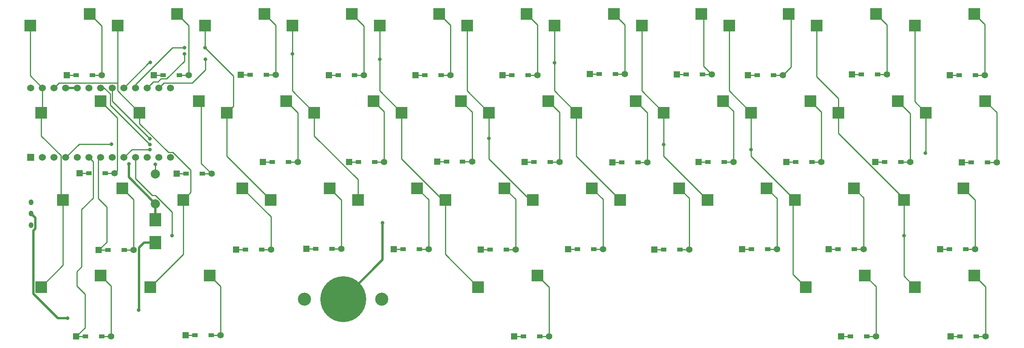
<source format=gbr>
%TF.GenerationSoftware,KiCad,Pcbnew,7.0.8*%
%TF.CreationDate,2024-11-13T13:09:42+09:00*%
%TF.ProjectId,cool337,636f6f6c-3333-4372-9e6b-696361645f70,rev?*%
%TF.SameCoordinates,Original*%
%TF.FileFunction,Copper,L2,Bot*%
%TF.FilePolarity,Positive*%
%FSLAX46Y46*%
G04 Gerber Fmt 4.6, Leading zero omitted, Abs format (unit mm)*
G04 Created by KiCad (PCBNEW 7.0.8) date 2024-11-13 13:09:42*
%MOMM*%
%LPD*%
G01*
G04 APERTURE LIST*
%TA.AperFunction,ComponentPad*%
%ADD10R,1.397000X1.397000*%
%TD*%
%TA.AperFunction,SMDPad,CuDef*%
%ADD11R,1.300000X0.950000*%
%TD*%
%TA.AperFunction,ComponentPad*%
%ADD12C,1.397000*%
%TD*%
%TA.AperFunction,SMDPad,CuDef*%
%ADD13R,2.550000X2.500000*%
%TD*%
%TA.AperFunction,ComponentPad*%
%ADD14C,2.850000*%
%TD*%
%TA.AperFunction,SMDPad,CuDef*%
%ADD15C,10.000000*%
%TD*%
%TA.AperFunction,ComponentPad*%
%ADD16C,2.000000*%
%TD*%
%TA.AperFunction,ComponentPad*%
%ADD17O,1.000000X1.300000*%
%TD*%
%TA.AperFunction,ComponentPad*%
%ADD18C,1.524000*%
%TD*%
%TA.AperFunction,ComponentPad*%
%ADD19R,1.524000X1.524000*%
%TD*%
%TA.AperFunction,SMDPad,CuDef*%
%ADD20R,2.600000X3.000000*%
%TD*%
%TA.AperFunction,ViaPad*%
%ADD21C,0.800000*%
%TD*%
%TA.AperFunction,Conductor*%
%ADD22C,0.500000*%
%TD*%
%TA.AperFunction,Conductor*%
%ADD23C,0.250000*%
%TD*%
G04 APERTURE END LIST*
D10*
%TO.P,D6,1,K*%
%TO.N,row0*%
X95910000Y-8330000D03*
D11*
X97945000Y-8330000D03*
%TO.P,D6,2,A*%
%TO.N,Net-(D6-A)*%
X101495000Y-8330000D03*
D12*
X103530000Y-8330000D03*
%TD*%
D13*
%TO.P,SW35,1,1*%
%TO.N,col4*%
X90546250Y-54610000D03*
%TO.P,SW35,2,2*%
%TO.N,Net-(D35-A)*%
X103473250Y-52070000D03*
%TD*%
%TO.P,SW22,1,1*%
%TO.N,col10*%
X188177500Y-16510000D03*
%TO.P,SW22,2,2*%
%TO.N,Net-(D22-A)*%
X201104500Y-13970000D03*
%TD*%
D10*
%TO.P,D20,1,K*%
%TO.N,row1*%
X157755000Y-27290000D03*
D11*
X159790000Y-27290000D03*
%TO.P,D20,2,A*%
%TO.N,Net-(D20-A)*%
X163340000Y-27290000D03*
D12*
X165375000Y-27290000D03*
%TD*%
D13*
%TO.P,SW13,1,1*%
%TO.N,col1*%
X16727500Y-16510000D03*
%TO.P,SW13,2,2*%
%TO.N,Net-(D13-A)*%
X29654500Y-13970000D03*
%TD*%
%TO.P,SW3,1,1*%
%TO.N,col2*%
X31015000Y2540000D03*
%TO.P,SW3,2,2*%
%TO.N,Net-(D3-A)*%
X43942000Y5080000D03*
%TD*%
%TO.P,SW1,1,1*%
%TO.N,col0*%
X-7085000Y2540000D03*
%TO.P,SW1,2,2*%
%TO.N,Net-(D1-A)*%
X5842000Y5080000D03*
%TD*%
%TO.P,SW19,1,1*%
%TO.N,col7*%
X131027500Y-16510000D03*
%TO.P,SW19,2,2*%
%TO.N,Net-(D19-A)*%
X143954500Y-13970000D03*
%TD*%
D10*
%TO.P,D7,1,K*%
%TO.N,row0*%
X114920000Y-8080000D03*
D11*
X116955000Y-8080000D03*
%TO.P,D7,2,A*%
%TO.N,Net-(D7-A)*%
X120505000Y-8080000D03*
D12*
X122540000Y-8080000D03*
%TD*%
D10*
%TO.P,D31,1,K*%
%TO.N,row2*%
X167010000Y-46320000D03*
D11*
X169045000Y-46320000D03*
%TO.P,D31,2,A*%
%TO.N,Net-(D31-A)*%
X172595000Y-46320000D03*
D12*
X174630000Y-46320000D03*
%TD*%
D14*
%TO.P,BT1,1,+*%
%TO.N,BAT+*%
X69580000Y-57260000D03*
X52680000Y-57260000D03*
D15*
%TO.P,BT1,2,-*%
%TO.N,GND*%
X61130000Y-57260000D03*
%TD*%
D13*
%TO.P,SW10,1,1*%
%TO.N,col9*%
X164365000Y2540000D03*
%TO.P,SW10,2,2*%
%TO.N,Net-(D10-A)*%
X177292000Y5080000D03*
%TD*%
%TO.P,SW26,1,1*%
%TO.N,col3*%
X64352500Y-35560000D03*
%TO.P,SW26,2,2*%
%TO.N,Net-(D26-A)*%
X77279500Y-33020000D03*
%TD*%
%TO.P,SW36,1,1*%
%TO.N,col8*%
X161983750Y-54610000D03*
%TO.P,SW36,2,2*%
%TO.N,Net-(D36-A)*%
X174910750Y-52070000D03*
%TD*%
D10*
%TO.P,D8,1,K*%
%TO.N,row0*%
X133930000Y-8200000D03*
D11*
X135965000Y-8200000D03*
%TO.P,D8,2,A*%
%TO.N,Net-(D8-A)*%
X139515000Y-8200000D03*
D12*
X141550000Y-8200000D03*
%TD*%
D10*
%TO.P,D22,1,K*%
%TO.N,row1*%
X196005000Y-27410000D03*
D11*
X198040000Y-27410000D03*
%TO.P,D22,2,A*%
%TO.N,Net-(D22-A)*%
X201590000Y-27410000D03*
D12*
X203625000Y-27410000D03*
%TD*%
D10*
%TO.P,D34,1,K*%
%TO.N,row3*%
X26825000Y-65170000D03*
D11*
X28860000Y-65170000D03*
%TO.P,D34,2,A*%
%TO.N,Net-(D34-A)*%
X32410000Y-65170000D03*
D12*
X34445000Y-65170000D03*
%TD*%
D10*
%TO.P,D29,1,K*%
%TO.N,row2*%
X129000000Y-46420000D03*
D11*
X131035000Y-46420000D03*
%TO.P,D29,2,A*%
%TO.N,Net-(D29-A)*%
X134585000Y-46420000D03*
D12*
X136620000Y-46420000D03*
%TD*%
D13*
%TO.P,SW11,1,1*%
%TO.N,col10*%
X185796250Y2540000D03*
%TO.P,SW11,2,2*%
%TO.N,Net-(D11-A)*%
X198723250Y5080000D03*
%TD*%
%TO.P,SW29,1,1*%
%TO.N,col6*%
X121502500Y-35560000D03*
%TO.P,SW29,2,2*%
%TO.N,Net-(D29-A)*%
X134429500Y-33020000D03*
%TD*%
D10*
%TO.P,D23,1,K*%
%TO.N,row2*%
X7850000Y-46520000D03*
D11*
X9885000Y-46520000D03*
%TO.P,D23,2,A*%
%TO.N,Net-(D23-A)*%
X13435000Y-46520000D03*
D12*
X15470000Y-46520000D03*
%TD*%
D13*
%TO.P,SW32,1,1*%
%TO.N,col9*%
X183415000Y-35560000D03*
%TO.P,SW32,2,2*%
%TO.N,Net-(D32-A)*%
X196342000Y-33020000D03*
%TD*%
D16*
%TO.P,SW39,1,1*%
%TO.N,Net-(U1-BOOT(RST))*%
X20220000Y-29950000D03*
%TO.P,SW39,2,2*%
%TO.N,GND*%
X20220000Y-36450000D03*
%TD*%
D13*
%TO.P,SW17,1,1*%
%TO.N,col5*%
X92927500Y-16510000D03*
%TO.P,SW17,2,2*%
%TO.N,Net-(D17-A)*%
X105854500Y-13970000D03*
%TD*%
D10*
%TO.P,D24,1,K*%
%TO.N,row2*%
X37810000Y-46460000D03*
D11*
X39845000Y-46460000D03*
%TO.P,D24,2,A*%
%TO.N,Net-(D24-A)*%
X43395000Y-46460000D03*
D12*
X45430000Y-46460000D03*
%TD*%
D13*
%TO.P,SW15,1,1*%
%TO.N,col3*%
X54827500Y-16510000D03*
%TO.P,SW15,2,2*%
%TO.N,Net-(D15-A)*%
X67754500Y-13970000D03*
%TD*%
%TO.P,SW31,1,1*%
%TO.N,col8*%
X159602500Y-35560000D03*
%TO.P,SW31,2,2*%
%TO.N,Net-(D31-A)*%
X172529500Y-33020000D03*
%TD*%
D10*
%TO.P,D32,1,K*%
%TO.N,row2*%
X191275000Y-46390000D03*
D11*
X193310000Y-46390000D03*
%TO.P,D32,2,A*%
%TO.N,Net-(D32-A)*%
X196860000Y-46390000D03*
D12*
X198895000Y-46390000D03*
%TD*%
D13*
%TO.P,SW12,1,1*%
%TO.N,col0*%
X-4703750Y-16510000D03*
%TO.P,SW12,2,2*%
%TO.N,Net-(D12-A)*%
X8223250Y-13970000D03*
%TD*%
D10*
%TO.P,D26,1,K*%
%TO.N,row2*%
X72155000Y-46340000D03*
D11*
X74190000Y-46340000D03*
%TO.P,D26,2,A*%
%TO.N,Net-(D26-A)*%
X77740000Y-46340000D03*
D12*
X79775000Y-46340000D03*
%TD*%
D10*
%TO.P,D15,1,K*%
%TO.N,row1*%
X62425000Y-27330000D03*
D11*
X64460000Y-27330000D03*
%TO.P,D15,2,A*%
%TO.N,Net-(D15-A)*%
X68010000Y-27330000D03*
D12*
X70045000Y-27330000D03*
%TD*%
D13*
%TO.P,SW9,1,1*%
%TO.N,col8*%
X145315000Y2540000D03*
%TO.P,SW9,2,2*%
%TO.N,Net-(D9-A)*%
X158242000Y5080000D03*
%TD*%
D10*
%TO.P,D2,1,K*%
%TO.N,row0*%
X19845000Y-8330000D03*
D11*
X21880000Y-8330000D03*
%TO.P,D2,2,A*%
%TO.N,Net-(D2-A)*%
X25430000Y-8330000D03*
D12*
X27465000Y-8330000D03*
%TD*%
D13*
%TO.P,SW8,1,1*%
%TO.N,col7*%
X126265000Y2540000D03*
%TO.P,SW8,2,2*%
%TO.N,Net-(D8-A)*%
X139192000Y5080000D03*
%TD*%
%TO.P,SW30,1,1*%
%TO.N,col7*%
X140552500Y-35560000D03*
%TO.P,SW30,2,2*%
%TO.N,Net-(D30-A)*%
X153479500Y-33020000D03*
%TD*%
D10*
%TO.P,D12,1,K*%
%TO.N,row1*%
X3660000Y-29750000D03*
D11*
X5695000Y-29750000D03*
%TO.P,D12,2,A*%
%TO.N,Net-(D12-A)*%
X9245000Y-29750000D03*
D12*
X11280000Y-29750000D03*
%TD*%
D13*
%TO.P,SW25,1,1*%
%TO.N,col2*%
X45302500Y-35560000D03*
%TO.P,SW25,2,2*%
%TO.N,Net-(D25-A)*%
X58229500Y-33020000D03*
%TD*%
%TO.P,SW34,1,1*%
%TO.N,col1*%
X19108750Y-54610000D03*
%TO.P,SW34,2,2*%
%TO.N,Net-(D34-A)*%
X32035750Y-52070000D03*
%TD*%
D10*
%TO.P,D36,1,K*%
%TO.N,row3*%
X169740000Y-65420000D03*
D11*
X171775000Y-65420000D03*
%TO.P,D36,2,A*%
%TO.N,Net-(D36-A)*%
X175325000Y-65420000D03*
D12*
X177360000Y-65420000D03*
%TD*%
D17*
%TO.P,SW38,1,1*%
%TO.N,Net-(U1-BAT)*%
X-6910000Y-41100000D03*
%TO.P,SW38,2,2*%
%TO.N,BAT+*%
X-6910000Y-38600000D03*
%TO.P,SW38,3*%
%TO.N,N/C*%
X-6910000Y-36100000D03*
%TD*%
D10*
%TO.P,D25,1,K*%
%TO.N,row2*%
X53150000Y-46280000D03*
D11*
X55185000Y-46280000D03*
%TO.P,D25,2,A*%
%TO.N,Net-(D25-A)*%
X58735000Y-46280000D03*
D12*
X60770000Y-46280000D03*
%TD*%
D13*
%TO.P,SW23,1,1*%
%TO.N,col0*%
X58750Y-35560000D03*
%TO.P,SW23,2,2*%
%TO.N,Net-(D23-A)*%
X12985750Y-33020000D03*
%TD*%
D10*
%TO.P,D3,1,K*%
%TO.N,row0*%
X38800000Y-8240000D03*
D11*
X40835000Y-8240000D03*
%TO.P,D3,2,A*%
%TO.N,Net-(D3-A)*%
X44385000Y-8240000D03*
D12*
X46420000Y-8240000D03*
%TD*%
D10*
%TO.P,D10,1,K*%
%TO.N,row0*%
X172110000Y-8140000D03*
D11*
X174145000Y-8140000D03*
%TO.P,D10,2,A*%
%TO.N,Net-(D10-A)*%
X177695000Y-8140000D03*
D12*
X179730000Y-8140000D03*
%TD*%
D18*
%TO.P,U1,1,PIN1(D3)*%
%TO.N,col0*%
X-4420000Y-11088600D03*
%TO.P,U1,2,PIN2(D2)*%
%TO.N,col1*%
X-1880000Y-11088600D03*
%TO.P,U1,3,GND*%
%TO.N,GND*%
X660000Y-11088600D03*
%TO.P,U1,4,GND*%
X3200000Y-11088600D03*
%TO.P,U1,5,PIN5(D1)*%
%TO.N,row0*%
X5740000Y-11088600D03*
%TO.P,U1,6,PIN6(D0)*%
%TO.N,col7*%
X8280000Y-11088600D03*
%TO.P,U1,7,PIN7(D4)*%
%TO.N,col5*%
X10820000Y-11088600D03*
%TO.P,U1,8,PIN8(C6)*%
%TO.N,col6*%
X13360000Y-11088600D03*
%TO.P,U1,9,PIN9(D7)*%
%TO.N,col2*%
X15900000Y-11088600D03*
%TO.P,U1,10,PIN10(E6)*%
%TO.N,col3*%
X18440000Y-11088600D03*
%TO.P,U1,11,PIN11(B4)*%
%TO.N,col4*%
X20980000Y-11088600D03*
%TO.P,U1,12,PIN12(B5)*%
%TO.N,unconnected-(U1-PIN12(B5)-Pad12)*%
X23520000Y-11088600D03*
%TO.P,U1,13,PIN13(B6)*%
%TO.N,unconnected-(U1-PIN13(B6)-Pad13)*%
X23520000Y-26308600D03*
%TO.P,U1,14,PIN14(B2)*%
%TO.N,unconnected-(U1-PIN14(B2)-Pad14)*%
X20980000Y-26308600D03*
%TO.P,U1,15,PIN15(B3)*%
%TO.N,col10*%
X18440000Y-26308600D03*
%TO.P,U1,16,PIN16(B1)*%
%TO.N,col9*%
X15900000Y-26308600D03*
%TO.P,U1,17,PIN17(F7)*%
%TO.N,col8*%
X13360000Y-26308600D03*
%TO.P,U1,18,PIN18(F6)*%
%TO.N,row1*%
X10820000Y-26308600D03*
%TO.P,U1,19,PIN19(F5)*%
%TO.N,row2*%
X8280000Y-26308600D03*
%TO.P,U1,20,PIN20(F4)*%
%TO.N,row3*%
X5740000Y-26308600D03*
%TO.P,U1,21,+4.3V*%
%TO.N,unconnected-(U1-+4.3V-Pad21)*%
X3200000Y-26308600D03*
%TO.P,U1,22,BOOT(RST)*%
%TO.N,Net-(U1-BOOT(RST))*%
X660000Y-26308600D03*
%TO.P,U1,23,GND*%
%TO.N,GND*%
X-1880000Y-26308600D03*
%TO.P,U1,24,+5V*%
%TO.N,VCC*%
X-4420000Y-26308600D03*
D19*
%TO.P,U1,25,BAT*%
%TO.N,Net-(U1-BAT)*%
X-6960000Y-26308600D03*
D18*
%TO.P,U1,26*%
%TO.N,N/C*%
X-6960000Y-11088600D03*
%TD*%
D10*
%TO.P,D35,1,K*%
%TO.N,row3*%
X98460000Y-65360000D03*
D11*
X100495000Y-65360000D03*
%TO.P,D35,2,A*%
%TO.N,Net-(D35-A)*%
X104045000Y-65360000D03*
D12*
X106080000Y-65360000D03*
%TD*%
D13*
%TO.P,SW4,1,1*%
%TO.N,col3*%
X50065000Y2540000D03*
%TO.P,SW4,2,2*%
%TO.N,Net-(D4-A)*%
X62992000Y5080000D03*
%TD*%
D10*
%TO.P,D5,1,K*%
%TO.N,row0*%
X76910000Y-8360000D03*
D11*
X78945000Y-8360000D03*
%TO.P,D5,2,A*%
%TO.N,Net-(D5-A)*%
X82495000Y-8360000D03*
D12*
X84530000Y-8360000D03*
%TD*%
D10*
%TO.P,D30,1,K*%
%TO.N,row2*%
X148120000Y-46370000D03*
D11*
X150155000Y-46370000D03*
%TO.P,D30,2,A*%
%TO.N,Net-(D30-A)*%
X153705000Y-46370000D03*
D12*
X155740000Y-46370000D03*
%TD*%
D10*
%TO.P,D1,1,K*%
%TO.N,row0*%
X920000Y-8330000D03*
D11*
X2955000Y-8330000D03*
%TO.P,D1,2,A*%
%TO.N,Net-(D1-A)*%
X6505000Y-8330000D03*
D12*
X8540000Y-8330000D03*
%TD*%
D10*
%TO.P,D19,1,K*%
%TO.N,row1*%
X138615000Y-27260000D03*
D11*
X140650000Y-27260000D03*
%TO.P,D19,2,A*%
%TO.N,Net-(D19-A)*%
X144200000Y-27260000D03*
D12*
X146235000Y-27260000D03*
%TD*%
D10*
%TO.P,D18,1,K*%
%TO.N,row1*%
X119835000Y-27350000D03*
D11*
X121870000Y-27350000D03*
%TO.P,D18,2,A*%
%TO.N,Net-(D18-A)*%
X125420000Y-27350000D03*
D12*
X127455000Y-27350000D03*
%TD*%
D10*
%TO.P,D14,1,K*%
%TO.N,row1*%
X43635000Y-27340000D03*
D11*
X45670000Y-27340000D03*
%TO.P,D14,2,A*%
%TO.N,Net-(D14-A)*%
X49220000Y-27340000D03*
D12*
X51255000Y-27340000D03*
%TD*%
D13*
%TO.P,SW2,1,1*%
%TO.N,col1*%
X11965000Y2540000D03*
%TO.P,SW2,2,2*%
%TO.N,Net-(D2-A)*%
X24892000Y5080000D03*
%TD*%
%TO.P,SW21,1,1*%
%TO.N,col9*%
X169127500Y-16510000D03*
%TO.P,SW21,2,2*%
%TO.N,Net-(D21-A)*%
X182054500Y-13970000D03*
%TD*%
D10*
%TO.P,D13,1,K*%
%TO.N,row1*%
X24880000Y-29880000D03*
D11*
X26915000Y-29880000D03*
%TO.P,D13,2,A*%
%TO.N,Net-(D13-A)*%
X30465000Y-29880000D03*
D12*
X32500000Y-29880000D03*
%TD*%
D10*
%TO.P,D37,1,K*%
%TO.N,row3*%
X193555000Y-65370000D03*
D11*
X195590000Y-65370000D03*
%TO.P,D37,2,A*%
%TO.N,Net-(D37-A)*%
X199140000Y-65370000D03*
D12*
X201175000Y-65370000D03*
%TD*%
D10*
%TO.P,D9,1,K*%
%TO.N,row0*%
X149420000Y-8350000D03*
D11*
X151455000Y-8350000D03*
%TO.P,D9,2,A*%
%TO.N,Net-(D9-A)*%
X155005000Y-8350000D03*
D12*
X157040000Y-8350000D03*
%TD*%
D13*
%TO.P,SW37,1,1*%
%TO.N,col9*%
X185796250Y-54610000D03*
%TO.P,SW37,2,2*%
%TO.N,Net-(D37-A)*%
X198723250Y-52070000D03*
%TD*%
D10*
%TO.P,D4,1,K*%
%TO.N,row0*%
X58040000Y-8310000D03*
D11*
X60075000Y-8310000D03*
%TO.P,D4,2,A*%
%TO.N,Net-(D4-A)*%
X63625000Y-8310000D03*
D12*
X65660000Y-8310000D03*
%TD*%
D13*
%TO.P,SW6,1,1*%
%TO.N,col5*%
X88165000Y2540000D03*
%TO.P,SW6,2,2*%
%TO.N,Net-(D6-A)*%
X101092000Y5080000D03*
%TD*%
D10*
%TO.P,D33,1,K*%
%TO.N,row3*%
X2925000Y-65430000D03*
D11*
X4960000Y-65430000D03*
%TO.P,D33,2,A*%
%TO.N,Net-(D33-A)*%
X8510000Y-65430000D03*
D12*
X10545000Y-65430000D03*
%TD*%
D13*
%TO.P,SW20,1,1*%
%TO.N,col8*%
X150077500Y-16510000D03*
%TO.P,SW20,2,2*%
%TO.N,Net-(D20-A)*%
X163004500Y-13970000D03*
%TD*%
%TO.P,SW14,1,1*%
%TO.N,col2*%
X35777500Y-16510000D03*
%TO.P,SW14,2,2*%
%TO.N,Net-(D14-A)*%
X48704500Y-13970000D03*
%TD*%
%TO.P,SW5,1,1*%
%TO.N,col4*%
X69115000Y2540000D03*
%TO.P,SW5,2,2*%
%TO.N,Net-(D5-A)*%
X82042000Y5080000D03*
%TD*%
%TO.P,SW16,1,1*%
%TO.N,col4*%
X73877500Y-16510000D03*
%TO.P,SW16,2,2*%
%TO.N,Net-(D16-A)*%
X86804500Y-13970000D03*
%TD*%
%TO.P,SW18,1,1*%
%TO.N,col6*%
X111977500Y-16510000D03*
%TO.P,SW18,2,2*%
%TO.N,Net-(D18-A)*%
X124904500Y-13970000D03*
%TD*%
D10*
%TO.P,D11,1,K*%
%TO.N,row0*%
X193420000Y-8340000D03*
D11*
X195455000Y-8340000D03*
%TO.P,D11,2,A*%
%TO.N,Net-(D11-A)*%
X199005000Y-8340000D03*
D12*
X201040000Y-8340000D03*
%TD*%
D13*
%TO.P,SW27,1,1*%
%TO.N,col4*%
X83402500Y-35560000D03*
%TO.P,SW27,2,2*%
%TO.N,Net-(D27-A)*%
X96329500Y-33020000D03*
%TD*%
D10*
%TO.P,D17,1,K*%
%TO.N,row1*%
X100705000Y-27320000D03*
D11*
X102740000Y-27320000D03*
%TO.P,D17,2,A*%
%TO.N,Net-(D17-A)*%
X106290000Y-27320000D03*
D12*
X108325000Y-27320000D03*
%TD*%
D10*
%TO.P,D27,1,K*%
%TO.N,row2*%
X91155000Y-46470000D03*
D11*
X93190000Y-46470000D03*
%TO.P,D27,2,A*%
%TO.N,Net-(D27-A)*%
X96740000Y-46470000D03*
D12*
X98775000Y-46470000D03*
%TD*%
D13*
%TO.P,SW28,1,1*%
%TO.N,col5*%
X102452500Y-35560000D03*
%TO.P,SW28,2,2*%
%TO.N,Net-(D28-A)*%
X115379500Y-33020000D03*
%TD*%
%TO.P,SW33,1,1*%
%TO.N,col0*%
X-4703750Y-54610000D03*
%TO.P,SW33,2,2*%
%TO.N,Net-(D33-A)*%
X8223250Y-52070000D03*
%TD*%
D10*
%TO.P,D16,1,K*%
%TO.N,row1*%
X81615000Y-27190000D03*
D11*
X83650000Y-27190000D03*
%TO.P,D16,2,A*%
%TO.N,Net-(D16-A)*%
X87200000Y-27190000D03*
D12*
X89235000Y-27190000D03*
%TD*%
D13*
%TO.P,SW7,1,1*%
%TO.N,col6*%
X107215000Y2540000D03*
%TO.P,SW7,2,2*%
%TO.N,Net-(D7-A)*%
X120142000Y5080000D03*
%TD*%
D10*
%TO.P,D21,1,K*%
%TO.N,row1*%
X177195000Y-27280000D03*
D11*
X179230000Y-27280000D03*
%TO.P,D21,2,A*%
%TO.N,Net-(D21-A)*%
X182780000Y-27280000D03*
D12*
X184815000Y-27280000D03*
%TD*%
D10*
%TO.P,D28,1,K*%
%TO.N,row2*%
X110185000Y-46360000D03*
D11*
X112220000Y-46360000D03*
%TO.P,D28,2,A*%
%TO.N,Net-(D28-A)*%
X115770000Y-46360000D03*
D12*
X117805000Y-46360000D03*
%TD*%
D13*
%TO.P,SW24,1,1*%
%TO.N,col1*%
X26252500Y-35560000D03*
%TO.P,SW24,2,2*%
%TO.N,Net-(D24-A)*%
X39179500Y-33020000D03*
%TD*%
D20*
%TO.P,C2,1*%
%TO.N,BAT+*%
X20160000Y-44900000D03*
%TO.P,C2,2*%
%TO.N,GND*%
X20160000Y-39900000D03*
%TD*%
D21*
%TO.N,BAT+*%
X16540000Y-59680000D03*
X1090000Y-61430000D03*
%TO.N,GND*%
X14390000Y-27750000D03*
X69740000Y-40570000D03*
%TO.N,col2*%
X26550000Y-2300000D03*
X31015000Y-2311620D03*
%TO.N,col3*%
X26550000Y-3700000D03*
X50065000Y-3640000D03*
%TO.N,col4*%
X69115000Y-4860000D03*
X31080000Y-4870000D03*
%TO.N,col5*%
X18967034Y-22182966D03*
X92927500Y-22170000D03*
%TO.N,col6*%
X107215000Y-5610000D03*
X19050000Y-5580000D03*
%TO.N,col7*%
X131027500Y-23510000D03*
X19000000Y-23520000D03*
%TO.N,col8*%
X150077500Y-24560000D03*
X18980000Y-24590000D03*
%TO.N,col9*%
X183415000Y-43380000D03*
X23850000Y-43390000D03*
%TO.N,col10*%
X188080000Y-25390000D03*
%TO.N,Net-(U1-BOOT(RST))*%
X20210000Y-27800000D03*
X10630000Y-23410000D03*
%TD*%
D22*
%TO.N,BAT+*%
X16540000Y-59680000D02*
X16618500Y-59601500D01*
X17740000Y-44900000D02*
X20160000Y-44900000D01*
X-6010000Y-39500000D02*
X-6910000Y-38600000D01*
X1090000Y-61430000D02*
X-1045146Y-61430000D01*
X-6428750Y-56046396D02*
X-6428750Y-42288750D01*
X-6428750Y-42288750D02*
X-6010000Y-41870000D01*
X-1045146Y-61430000D02*
X-6428750Y-56046396D01*
X-6010000Y-41870000D02*
X-6010000Y-39500000D01*
X16618500Y-59601500D02*
X16618500Y-46021500D01*
X16618500Y-46021500D02*
X17740000Y-44900000D01*
%TO.N,GND*%
X20160000Y-36510000D02*
X20220000Y-36450000D01*
X14390000Y-30620000D02*
X20220000Y-36450000D01*
X20220000Y-39840000D02*
X20160000Y-39900000D01*
X69740000Y-48650000D02*
X61130000Y-57260000D01*
X69740000Y-40570000D02*
X69740000Y-48650000D01*
X660000Y-11088600D02*
X3200000Y-11088600D01*
X20220000Y-36450000D02*
X20220000Y-39840000D01*
X14390000Y-27750000D02*
X14390000Y-30620000D01*
D23*
%TO.N,row0*%
X2955000Y-8330000D02*
X920000Y-8330000D01*
X116955000Y-8080000D02*
X114920000Y-8080000D01*
X40835000Y-8240000D02*
X38800000Y-8240000D01*
X151455000Y-8350000D02*
X149420000Y-8350000D01*
X97945000Y-8330000D02*
X95910000Y-8330000D01*
X135965000Y-8200000D02*
X133930000Y-8200000D01*
X172110000Y-8140000D02*
X174145000Y-8140000D01*
X21880000Y-8330000D02*
X19845000Y-8330000D01*
X193420000Y-8340000D02*
X195455000Y-8340000D01*
X78945000Y-8360000D02*
X76910000Y-8360000D01*
X60075000Y-8310000D02*
X58040000Y-8310000D01*
%TO.N,Net-(D1-A)*%
X8540000Y2382000D02*
X8540000Y-8330000D01*
X5842000Y5080000D02*
X8540000Y2382000D01*
X8540000Y-8330000D02*
X6505000Y-8330000D01*
%TO.N,Net-(D2-A)*%
X27465000Y-8330000D02*
X25430000Y-8330000D01*
X24892000Y5080000D02*
X27465000Y2507000D01*
X27465000Y2507000D02*
X27465000Y-8330000D01*
%TO.N,Net-(D3-A)*%
X43942000Y5080000D02*
X46420000Y2602000D01*
X46420000Y2602000D02*
X46420000Y-8240000D01*
X46420000Y-8240000D02*
X44385000Y-8240000D01*
%TO.N,Net-(D4-A)*%
X65660000Y-8310000D02*
X63625000Y-8310000D01*
X62992000Y5080000D02*
X65660000Y2412000D01*
X65660000Y2412000D02*
X65660000Y-8310000D01*
%TO.N,Net-(D5-A)*%
X82042000Y5080000D02*
X84530000Y2592000D01*
X84530000Y-8360000D02*
X82495000Y-8360000D01*
X84530000Y2592000D02*
X84530000Y-8360000D01*
%TO.N,Net-(D6-A)*%
X103530000Y2642000D02*
X103530000Y-8330000D01*
X101092000Y5080000D02*
X103530000Y2642000D01*
X103530000Y-8330000D02*
X101495000Y-8330000D01*
%TO.N,Net-(D7-A)*%
X122540000Y-8080000D02*
X120505000Y-8080000D01*
X122540000Y2682000D02*
X122540000Y-8080000D01*
X120142000Y5080000D02*
X122540000Y2682000D01*
%TO.N,Net-(D8-A)*%
X139755000Y4517000D02*
X139755000Y-6405000D01*
X139192000Y5080000D02*
X139755000Y4517000D01*
X141550000Y-8200000D02*
X139515000Y-8200000D01*
X139755000Y-6405000D02*
X141550000Y-8200000D01*
%TO.N,Net-(D9-A)*%
X157040000Y-8350000D02*
X155005000Y-8350000D01*
X158805000Y4517000D02*
X158805000Y-6585000D01*
X158242000Y5080000D02*
X158805000Y4517000D01*
X158805000Y-6585000D02*
X157040000Y-8350000D01*
%TO.N,Net-(D10-A)*%
X177292000Y5080000D02*
X179730000Y2642000D01*
X179730000Y2642000D02*
X179730000Y-8140000D01*
X179730000Y-8140000D02*
X177695000Y-8140000D01*
%TO.N,Net-(D11-A)*%
X201040000Y-8340000D02*
X199005000Y-8340000D01*
X198723250Y5080000D02*
X201040000Y2763250D01*
X201040000Y2763250D02*
X201040000Y-8340000D01*
%TO.N,row1*%
X64460000Y-27330000D02*
X62425000Y-27330000D01*
X5695000Y-29750000D02*
X3660000Y-29750000D01*
X26915000Y-29880000D02*
X24880000Y-29880000D01*
X140650000Y-27260000D02*
X138615000Y-27260000D01*
X159790000Y-27290000D02*
X157755000Y-27290000D01*
X102740000Y-27320000D02*
X100705000Y-27320000D01*
X45670000Y-27340000D02*
X43635000Y-27340000D01*
X83650000Y-27190000D02*
X81615000Y-27190000D01*
X179230000Y-27280000D02*
X177195000Y-27280000D01*
X121870000Y-27350000D02*
X119835000Y-27350000D01*
X198040000Y-27410000D02*
X196005000Y-27410000D01*
%TO.N,Net-(D12-A)*%
X8223250Y-13970000D02*
X11907000Y-17653750D01*
X11280000Y-29750000D02*
X9245000Y-29750000D01*
X11907000Y-17653750D02*
X11907000Y-29123000D01*
X11907000Y-29123000D02*
X11280000Y-29750000D01*
%TO.N,Net-(D13-A)*%
X30217500Y-14533000D02*
X30217500Y-27597500D01*
X30217500Y-27597500D02*
X32500000Y-29880000D01*
X29654500Y-13970000D02*
X30217500Y-14533000D01*
X32500000Y-29880000D02*
X30465000Y-29880000D01*
%TO.N,Net-(D14-A)*%
X48704500Y-13970000D02*
X51255000Y-16520500D01*
X51255000Y-27340000D02*
X49220000Y-27340000D01*
X51255000Y-16520500D02*
X51255000Y-27340000D01*
%TO.N,Net-(D15-A)*%
X67754500Y-13970000D02*
X70045000Y-16260500D01*
X70045000Y-16260500D02*
X70045000Y-27330000D01*
X70045000Y-27330000D02*
X68010000Y-27330000D01*
%TO.N,Net-(D16-A)*%
X89235000Y-16400500D02*
X89235000Y-27190000D01*
X89235000Y-27190000D02*
X87200000Y-27190000D01*
X86804500Y-13970000D02*
X89235000Y-16400500D01*
%TO.N,Net-(D17-A)*%
X108325000Y-27320000D02*
X106290000Y-27320000D01*
X108325000Y-16440500D02*
X108325000Y-27320000D01*
X105854500Y-13970000D02*
X108325000Y-16440500D01*
%TO.N,Net-(D18-A)*%
X124904500Y-13970000D02*
X127455000Y-16520500D01*
X127455000Y-27350000D02*
X125420000Y-27350000D01*
X127455000Y-16520500D02*
X127455000Y-27350000D01*
%TO.N,Net-(D19-A)*%
X146235000Y-27260000D02*
X144200000Y-27260000D01*
X143954500Y-13970000D02*
X146235000Y-16250500D01*
X146235000Y-16250500D02*
X146235000Y-27260000D01*
%TO.N,Net-(D20-A)*%
X163004500Y-13970000D02*
X165375000Y-16340500D01*
X165375000Y-16340500D02*
X165375000Y-27290000D01*
X165375000Y-27290000D02*
X163340000Y-27290000D01*
%TO.N,Net-(D21-A)*%
X182054500Y-13970000D02*
X184815000Y-16730500D01*
X184815000Y-16730500D02*
X184815000Y-27280000D01*
X184815000Y-27280000D02*
X182780000Y-27280000D01*
%TO.N,Net-(D22-A)*%
X201104500Y-13970000D02*
X203625000Y-16490500D01*
X203625000Y-16490500D02*
X203625000Y-27410000D01*
X203625000Y-27410000D02*
X201590000Y-27410000D01*
%TO.N,row2*%
X193310000Y-46390000D02*
X191275000Y-46390000D01*
X150155000Y-46370000D02*
X148120000Y-46370000D01*
X8280000Y-26308600D02*
X7744572Y-26844028D01*
X7744572Y-26844028D02*
X7744572Y-35271354D01*
X169045000Y-46320000D02*
X167010000Y-46320000D01*
X9885000Y-46520000D02*
X7850000Y-46520000D01*
X39845000Y-46460000D02*
X37810000Y-46460000D01*
X9568750Y-44801250D02*
X7850000Y-46520000D01*
X7744572Y-35271354D02*
X9568750Y-37095532D01*
X131035000Y-46420000D02*
X129000000Y-46420000D01*
X9568750Y-37095532D02*
X9568750Y-44801250D01*
X55185000Y-46280000D02*
X53150000Y-46280000D01*
X93190000Y-46470000D02*
X91155000Y-46470000D01*
X112220000Y-46360000D02*
X110185000Y-46360000D01*
X74190000Y-46340000D02*
X72155000Y-46340000D01*
%TO.N,Net-(D23-A)*%
X15470000Y-35504250D02*
X15470000Y-46520000D01*
X12985750Y-33020000D02*
X15470000Y-35504250D01*
X15470000Y-46520000D02*
X13435000Y-46520000D01*
%TO.N,Net-(D24-A)*%
X45430000Y-46460000D02*
X43395000Y-46460000D01*
X45430000Y-39270500D02*
X45430000Y-46460000D01*
X39179500Y-33020000D02*
X45430000Y-39270500D01*
%TO.N,Net-(D25-A)*%
X60770000Y-35560500D02*
X60770000Y-46280000D01*
X58229500Y-33020000D02*
X60770000Y-35560500D01*
X60770000Y-46280000D02*
X58735000Y-46280000D01*
%TO.N,Net-(D26-A)*%
X79775000Y-35515500D02*
X79775000Y-46340000D01*
X77279500Y-33020000D02*
X79775000Y-35515500D01*
X79775000Y-46340000D02*
X77740000Y-46340000D01*
%TO.N,Net-(D27-A)*%
X96329500Y-33020000D02*
X98775000Y-35465500D01*
X98775000Y-46470000D02*
X96740000Y-46470000D01*
X98775000Y-35465500D02*
X98775000Y-46470000D01*
%TO.N,Net-(D28-A)*%
X115379500Y-33020000D02*
X117805000Y-35445500D01*
X117805000Y-46360000D02*
X115770000Y-46360000D01*
X117805000Y-35445500D02*
X117805000Y-46360000D01*
%TO.N,Net-(D29-A)*%
X136620000Y-35210500D02*
X136620000Y-46420000D01*
X136620000Y-46420000D02*
X134585000Y-46420000D01*
X134429500Y-33020000D02*
X136620000Y-35210500D01*
%TO.N,Net-(D30-A)*%
X155740000Y-35280500D02*
X155740000Y-46370000D01*
X153479500Y-33020000D02*
X155740000Y-35280500D01*
X155740000Y-46370000D02*
X153705000Y-46370000D01*
%TO.N,Net-(D31-A)*%
X172529500Y-33020000D02*
X174630000Y-35120500D01*
X174630000Y-46320000D02*
X172595000Y-46320000D01*
X174630000Y-35120500D02*
X174630000Y-46320000D01*
%TO.N,Net-(D32-A)*%
X196342000Y-33020000D02*
X198895000Y-35573000D01*
X198895000Y-35573000D02*
X198895000Y-46390000D01*
X198895000Y-46390000D02*
X196860000Y-46390000D01*
%TO.N,row3*%
X171775000Y-65420000D02*
X169740000Y-65420000D01*
X28860000Y-65170000D02*
X26825000Y-65170000D01*
X4840000Y-63515000D02*
X2925000Y-65430000D01*
X3046250Y-54385532D02*
X4840000Y-56179282D01*
X4144600Y-37669682D02*
X4144600Y-50195000D01*
X4960000Y-65430000D02*
X2925000Y-65430000D01*
X4144600Y-50195000D02*
X3046250Y-51293350D01*
X4840000Y-56179282D02*
X4840000Y-63515000D01*
X6670000Y-35144282D02*
X4144600Y-37669682D01*
X6670000Y-27238600D02*
X6670000Y-35144282D01*
X100495000Y-65360000D02*
X98460000Y-65360000D01*
X3046250Y-51293350D02*
X3046250Y-54385532D01*
X195590000Y-65370000D02*
X193555000Y-65370000D01*
X5740000Y-26308600D02*
X6670000Y-27238600D01*
%TO.N,Net-(D33-A)*%
X10545000Y-54391750D02*
X10545000Y-65430000D01*
X8223250Y-52070000D02*
X10545000Y-54391750D01*
X10545000Y-65430000D02*
X8510000Y-65430000D01*
%TO.N,Net-(D34-A)*%
X34445000Y-54479250D02*
X34445000Y-65170000D01*
X34445000Y-65170000D02*
X32410000Y-65170000D01*
X32035750Y-52070000D02*
X34445000Y-54479250D01*
%TO.N,Net-(D35-A)*%
X106080000Y-65360000D02*
X104045000Y-65360000D01*
X106080000Y-54676750D02*
X106080000Y-65360000D01*
X103473250Y-52070000D02*
X106080000Y-54676750D01*
%TO.N,Net-(D36-A)*%
X177360000Y-54519250D02*
X177360000Y-65420000D01*
X177360000Y-65420000D02*
X175325000Y-65420000D01*
X174910750Y-52070000D02*
X177360000Y-54519250D01*
%TO.N,Net-(D37-A)*%
X201175000Y-54521750D02*
X201175000Y-65370000D01*
X201175000Y-65370000D02*
X199140000Y-65370000D01*
X198723250Y-52070000D02*
X201175000Y-54521750D01*
%TO.N,col0*%
X-7085000Y-8423600D02*
X-4420000Y-11088600D01*
X58750Y-49847500D02*
X-4703750Y-54610000D01*
X-4703750Y-21626250D02*
X-427000Y-25903000D01*
X-4703750Y-16510000D02*
X-4703750Y-21626250D01*
X-427000Y-35074250D02*
X58750Y-35560000D01*
X-4420000Y-16226250D02*
X-4703750Y-16510000D01*
X58750Y-35560000D02*
X58750Y-49847500D01*
X-4420000Y-11088600D02*
X-4420000Y-16226250D01*
X-427000Y-25903000D02*
X-427000Y-35074250D01*
X-7085000Y2540000D02*
X-7085000Y-8423600D01*
%TO.N,col1*%
X26252500Y-35560000D02*
X26252500Y-47466250D01*
X11965000Y-10010000D02*
X11965000Y-11747500D01*
X26252500Y-47466250D02*
X19108750Y-54610000D01*
X27890000Y-29080000D02*
X27890000Y-33922500D01*
X-1880000Y-11088600D02*
X-793000Y-10001600D01*
X-793000Y-10001600D02*
X11956600Y-10001600D01*
X16727500Y-18918833D02*
X23030267Y-25221600D01*
X11965000Y-11747500D02*
X16727500Y-16510000D01*
X11956600Y-10001600D02*
X11965000Y-10010000D01*
X27890000Y-33922500D02*
X26252500Y-35560000D01*
X24031600Y-25221600D02*
X27890000Y-29080000D01*
X23030267Y-25221600D02*
X24031600Y-25221600D01*
X16727500Y-16510000D02*
X16727500Y-18918833D01*
X11965000Y2540000D02*
X11965000Y-10010000D01*
%TO.N,col2*%
X35777500Y-16510000D02*
X35777500Y-26035000D01*
X15900000Y-11088600D02*
X15900000Y-10326600D01*
X35777500Y-26035000D02*
X45302500Y-35560000D01*
X15900000Y-10326600D02*
X23926600Y-2300000D01*
X31015000Y2540000D02*
X31015000Y-2311620D01*
X23926600Y-2300000D02*
X26550000Y-2300000D01*
X31015000Y-2311620D02*
X37177500Y-8474120D01*
X37177500Y-15110000D02*
X35777500Y-16510000D01*
X37177500Y-8474120D02*
X37177500Y-15110000D01*
%TO.N,col3*%
X50065000Y-3640000D02*
X50065000Y-11747500D01*
X64352500Y-31114120D02*
X64352500Y-35560000D01*
X19774537Y-9754063D02*
X20784063Y-9754063D01*
X21408126Y-9130000D02*
X22680000Y-9130000D01*
X20784063Y-9754063D02*
X21408126Y-9130000D01*
X50065000Y2540000D02*
X50065000Y-3640000D01*
X54827500Y-16510000D02*
X54827500Y-21589120D01*
X26550000Y-5260000D02*
X26550000Y-3700000D01*
X50065000Y-11747500D02*
X54827500Y-16510000D01*
X22680000Y-9130000D02*
X26550000Y-5260000D01*
X18440000Y-11088600D02*
X19774537Y-9754063D01*
X54827500Y-21589120D02*
X64352500Y-31114120D01*
%TO.N,col4*%
X31080000Y-7190000D02*
X31080000Y-4870000D01*
X28268400Y-10001600D02*
X31080000Y-7190000D01*
X69115000Y-11747500D02*
X73877500Y-16510000D01*
X82804120Y-35560000D02*
X83402500Y-35560000D01*
X69115000Y-4860000D02*
X69115000Y-11747500D01*
X73877500Y-26633380D02*
X82804120Y-35560000D01*
X22067000Y-10001600D02*
X28268400Y-10001600D01*
X73877500Y-16510000D02*
X73877500Y-26633380D01*
X20980000Y-11088600D02*
X22067000Y-10001600D01*
X69115000Y2540000D02*
X69115000Y-4860000D01*
X83402500Y-47466250D02*
X90546250Y-54610000D01*
X83402500Y-35560000D02*
X83402500Y-47466250D01*
%TO.N,col5*%
X88165000Y2540000D02*
X88165000Y-11747500D01*
X92927500Y-22170000D02*
X92927500Y-26633380D01*
X10820000Y-11088600D02*
X10820000Y-14035932D01*
X92927500Y-16510000D02*
X92927500Y-22170000D01*
X101854120Y-35560000D02*
X102452500Y-35560000D01*
X10820000Y-14035932D02*
X18967034Y-22182966D01*
X92927500Y-26633380D02*
X101854120Y-35560000D01*
X88165000Y-11747500D02*
X92927500Y-16510000D01*
%TO.N,col6*%
X107215000Y-11747500D02*
X111977500Y-16510000D01*
X111977500Y-16510000D02*
X111977500Y-26035000D01*
X18868600Y-5580000D02*
X19050000Y-5580000D01*
X107215000Y2540000D02*
X107215000Y-5610000D01*
X13360000Y-11088600D02*
X18868600Y-5580000D01*
X107215000Y-5610000D02*
X107215000Y-11747500D01*
X111977500Y-26035000D02*
X121502500Y-35560000D01*
%TO.N,col7*%
X131027500Y-16510000D02*
X131027500Y-23510000D01*
X126265000Y2540000D02*
X126265000Y-11747500D01*
X126265000Y-11747500D02*
X131027500Y-16510000D01*
X131027500Y-26035000D02*
X140552500Y-35560000D01*
X131027500Y-23510000D02*
X131027500Y-26035000D01*
X9042000Y-11088600D02*
X10370000Y-12416600D01*
X8280000Y-11088600D02*
X9042000Y-11088600D01*
X10370000Y-12416600D02*
X10370000Y-14890000D01*
X10370000Y-14890000D02*
X19000000Y-23520000D01*
%TO.N,col8*%
X150077500Y-16510000D02*
X150077500Y-24560000D01*
X159602500Y-35560000D02*
X159242467Y-35920033D01*
X159242467Y-35920033D02*
X159242467Y-51868717D01*
X150077500Y-24560000D02*
X150077500Y-26035000D01*
X150077500Y-26035000D02*
X159602500Y-35560000D01*
X13360000Y-26308600D02*
X15078600Y-24590000D01*
X145315000Y2540000D02*
X145315000Y-11747500D01*
X145315000Y-11747500D02*
X150077500Y-16510000D01*
X159242467Y-51868717D02*
X161983750Y-54610000D01*
X15078600Y-24590000D02*
X18980000Y-24590000D01*
%TO.N,col9*%
X183415000Y-43380000D02*
X183415000Y-52228750D01*
X19520000Y-34550000D02*
X20193834Y-34550000D01*
X169127500Y-16510000D02*
X169127500Y-21069120D01*
X169127500Y-21069120D02*
X183415000Y-35356620D01*
X15900000Y-30930000D02*
X19520000Y-34550000D01*
X183415000Y-52228750D02*
X185796250Y-54610000D01*
X15900000Y-26308600D02*
X15900000Y-30930000D01*
X20193834Y-34550000D02*
X23850000Y-38206166D01*
X164365000Y-8644028D02*
X169127500Y-13406528D01*
X183415000Y-35560000D02*
X183415000Y-43380000D01*
X169127500Y-13406528D02*
X169127500Y-16510000D01*
X183415000Y-35356620D02*
X183415000Y-35560000D01*
X23850000Y-38206166D02*
X23850000Y-43390000D01*
X164365000Y2540000D02*
X164365000Y-8644028D01*
%TO.N,col10*%
X188080000Y-25390000D02*
X188177500Y-25292500D01*
X185796250Y2540000D02*
X185796250Y-14128750D01*
X188177500Y-25292500D02*
X188177500Y-16510000D01*
X185796250Y-14128750D02*
X188177500Y-16510000D01*
%TO.N,Net-(U1-BOOT(RST))*%
X3558600Y-23410000D02*
X10630000Y-23410000D01*
X660000Y-26308600D02*
X3558600Y-23410000D01*
X20210000Y-27800000D02*
X20210000Y-29940000D01*
X20210000Y-29940000D02*
X20220000Y-29950000D01*
%TD*%
M02*

</source>
